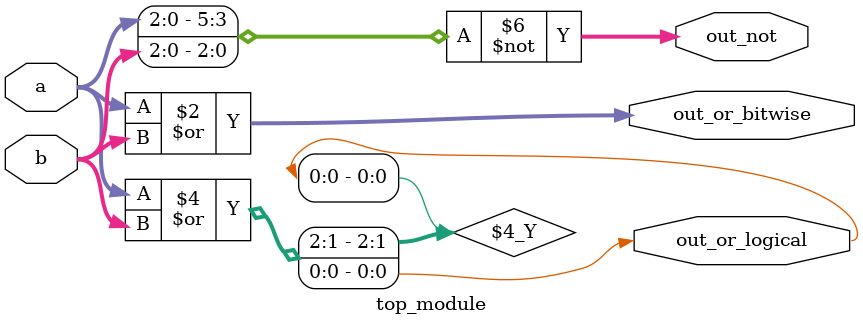
<source format=sv>
module top_module(
  input [2:0] a,
  input [2:0] b,
  output reg [2:0] out_or_bitwise,
  output reg out_or_logical,
  output reg [5:0] out_not
);

  // Bitwise OR operation
  always @* begin
    out_or_bitwise = a | b;
  end

  // Logical OR operation
  always @* begin
    out_or_logical = a | b;
  end

  // Bitwise NOT operation
  always @* begin
    out_not = ~{a, b};
  end

endmodule

</source>
